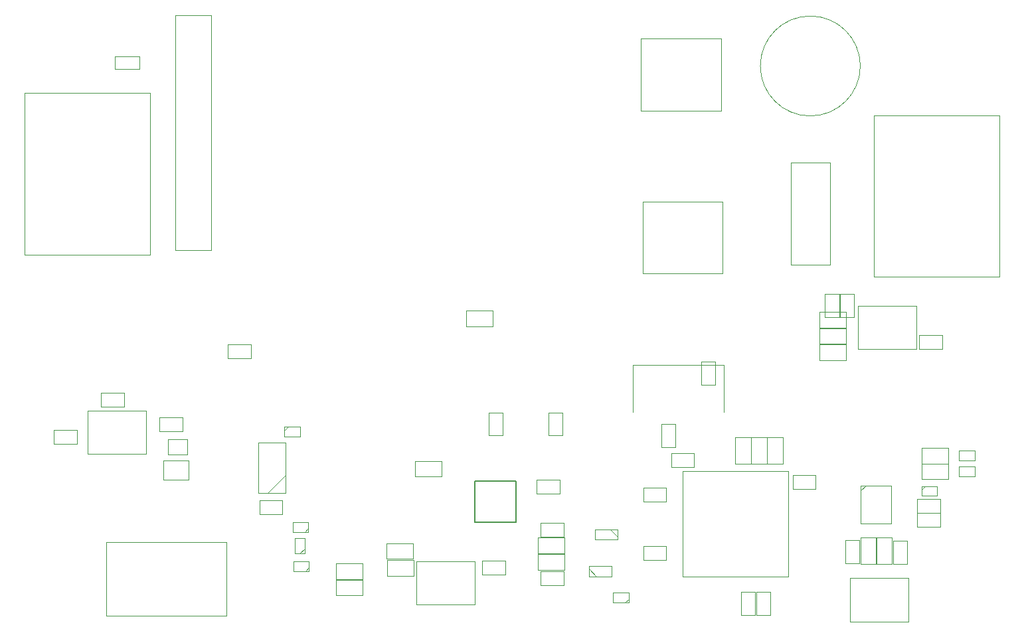
<source format=gbr>
%TF.GenerationSoftware,Altium Limited,Altium Designer,23.6.0 (18)*%
G04 Layer_Color=32768*
%FSLAX45Y45*%
%MOMM*%
%TF.SameCoordinates,1BF17B70-E076-4422-95A1-EF062E3CA17A*%
%TF.FilePolarity,Positive*%
%TF.FileFunction,Other,Mechanical_15*%
%TF.Part,Single*%
G01*
G75*
%TA.AperFunction,NonConductor*%
%ADD63C,0.10000*%
%ADD65C,0.20000*%
%ADD108C,0.05000*%
D63*
X10697500Y7067500D02*
G03*
X10697500Y7067500I-637500J0D01*
G01*
X1080000Y50000D02*
X2620000D01*
X1080000D02*
Y990000D01*
X2620000D01*
Y50000D02*
Y990000D01*
X7902500Y7414100D02*
X8922500D01*
Y6499100D02*
Y7414100D01*
X7902500Y6499100D02*
X8922500D01*
X7902500D02*
Y7414100D01*
X7923500Y5339100D02*
X8943500D01*
Y4424100D02*
Y5339100D01*
X7923500Y4424100D02*
X8943500D01*
X7923500D02*
Y5339100D01*
X11957500Y2157500D02*
X12157500D01*
Y2032500D02*
Y2157500D01*
X11957500Y2032500D02*
X12157500D01*
X11957500D02*
Y2157500D01*
Y1957500D02*
X12157500D01*
Y1832500D02*
Y1957500D01*
X11957500Y1832500D02*
X12157500D01*
X11957500D02*
Y1957500D01*
X11477500Y1658500D02*
X11525000Y1706000D01*
X11477500Y1581000D02*
Y1706000D01*
Y1581000D02*
X11677500D01*
Y1706000D01*
X11477500D02*
X11677500D01*
X10567500Y-20000D02*
Y535000D01*
Y-20000D02*
X11307500D01*
Y535000D01*
X10567500D02*
X11307500D01*
X10705000Y1715100D02*
X11095000D01*
Y1224900D02*
Y1715100D01*
X10705000Y1224900D02*
X11095000D01*
X10705000D02*
Y1715100D01*
Y1651600D02*
X10768600Y1715100D01*
X7235000Y650000D02*
X7330000Y555000D01*
X7235000D02*
X7525000D01*
Y685000D01*
X7235000D02*
X7525000D01*
X7235000Y555000D02*
Y685000D01*
X7697500Y220000D02*
X7745000Y267500D01*
Y220000D02*
Y345000D01*
X7545000D02*
X7745000D01*
X7545000Y220000D02*
Y345000D01*
Y220000D02*
X7745000D01*
X3352500Y2417500D02*
X3400000Y2465000D01*
X3352500Y2340000D02*
Y2465000D01*
Y2340000D02*
X3552500D01*
Y2465000D01*
X3352500D02*
X3552500D01*
X3612500Y1120000D02*
X3660000Y1167500D01*
Y1120000D02*
Y1245000D01*
X3460000D02*
X3660000D01*
X3460000Y1120000D02*
Y1245000D01*
Y1120000D02*
X3660000D01*
X3490000Y845000D02*
X3615000D01*
X3490000D02*
Y1045000D01*
X3615000D01*
Y845000D02*
Y1045000D01*
X3550000Y845000D02*
X3615000Y910000D01*
X3620000Y620000D02*
X3667500Y667500D01*
Y620000D02*
Y745000D01*
X3467500D02*
X3667500D01*
X3467500Y620000D02*
Y745000D01*
Y620000D02*
X3667500D01*
X2130000Y1785000D02*
Y2035000D01*
X1810000D02*
X2130000D01*
X1810000Y1785000D02*
Y2035000D01*
Y1785000D02*
X2130000D01*
X1867500Y2107500D02*
Y2307500D01*
Y2107500D02*
X2117500D01*
Y2307500D01*
X1867500D02*
X2117500D01*
X3022500Y1615000D02*
X3372500D01*
X3022500D02*
Y2265000D01*
X3372500D01*
Y1615000D02*
Y2265000D01*
X3142500Y1615000D02*
X3372500Y1845000D01*
X10869800Y6436300D02*
X12470000D01*
X10869800Y4376400D02*
Y6436300D01*
Y4376400D02*
X12470000D01*
Y6436300D01*
X9812500Y4532500D02*
Y5832500D01*
Y4532500D02*
X10312500D01*
Y5832500D01*
X9812500D02*
X10312500D01*
X1962500Y4715000D02*
Y7715000D01*
X2422500D01*
Y4715000D02*
Y7715000D01*
X1962500Y4715000D02*
X2422500D01*
X1190000Y7031000D02*
Y7189000D01*
Y7031000D02*
X1510000D01*
Y7189000D01*
X1190000D02*
X1510000D01*
X44800Y6721300D02*
X1645000D01*
X44800Y4661400D02*
Y6721300D01*
Y4661400D02*
X1645000D01*
Y6721300D01*
X7602500Y1022500D02*
Y1152500D01*
X7312500Y1022500D02*
X7602500D01*
X7312500D02*
Y1152500D01*
X7602500D01*
X7507500D02*
X7602500Y1057500D01*
X7795500Y2650000D02*
Y3250000D01*
X8955500Y2650000D02*
Y3250000D01*
X7795500D02*
X8955500D01*
D65*
X5785000Y1770000D02*
X6305000D01*
Y1250000D02*
Y1770000D01*
X5785000Y1250000D02*
X6305000D01*
X5785000D02*
Y1770000D01*
D108*
X2927000Y3333500D02*
Y3511500D01*
X2633000Y3333500D02*
X2927000D01*
X2633000D02*
Y3511500D01*
X2927000D01*
X6570500Y1606000D02*
Y1784000D01*
Y1606000D02*
X6864500D01*
Y1784000D01*
X6570500D02*
X6864500D01*
X10438500Y3863000D02*
X10616500D01*
X10438500D02*
Y4157000D01*
X10616500D01*
Y3863000D02*
Y4157000D01*
X10248500Y3863000D02*
X10426500D01*
X10248500D02*
Y4157000D01*
X10426500D01*
Y3863000D02*
Y4157000D01*
X11449000Y3453500D02*
Y3631500D01*
Y3453500D02*
X11743000D01*
Y3631500D01*
X11449000D02*
X11743000D01*
X8668500Y2999000D02*
X8846500D01*
X8668500D02*
Y3293000D01*
X8846500D01*
Y2999000D02*
Y3293000D01*
X8158500Y2498500D02*
X8336500D01*
Y2204500D02*
Y2498500D01*
X8158500Y2204500D02*
X8336500D01*
X8158500D02*
Y2498500D01*
X9105000Y1992500D02*
X9305000D01*
Y2332500D01*
X9105000D02*
X9305000D01*
X9105000Y1992500D02*
Y2332500D01*
X9307500Y1992500D02*
X9507500D01*
Y2332500D01*
X9307500D02*
X9507500D01*
X9307500Y1992500D02*
Y2332500D01*
X9507500Y1992500D02*
X9707500D01*
Y2332500D01*
X9507500D02*
X9707500D01*
X9507500Y1992500D02*
Y2332500D01*
X11116000Y714000D02*
X11294000D01*
Y1008000D01*
X11116000D02*
X11294000D01*
X11116000Y714000D02*
Y1008000D01*
X10508500Y720500D02*
X10686500D01*
Y1014500D01*
X10508500D02*
X10686500D01*
X10508500Y720500D02*
Y1014500D01*
X11480000Y1995000D02*
Y2195000D01*
Y1995000D02*
X11820000D01*
Y2195000D01*
X11480000D02*
X11820000D01*
X11480000Y1795000D02*
Y1995000D01*
Y1795000D02*
X11820000D01*
Y1995000D01*
X11480000D02*
X11820000D01*
X11420500Y1367000D02*
Y1545000D01*
Y1367000D02*
X11714500D01*
Y1545000D01*
X11420500D02*
X11714500D01*
X10697500Y710000D02*
X10897500D01*
Y1050000D01*
X10697500D02*
X10897500D01*
X10697500Y710000D02*
Y1050000D01*
X10902500Y710000D02*
X11102500D01*
Y1050000D01*
X10902500D02*
X11102500D01*
X10902500Y710000D02*
Y1050000D01*
X11419500Y1183500D02*
Y1361500D01*
Y1183500D02*
X11713500D01*
Y1361500D01*
X11419500D02*
X11713500D01*
X9549000Y59500D02*
Y353500D01*
X9371000Y59500D02*
X9549000D01*
X9371000D02*
Y353500D01*
X9549000D01*
X9176000Y354500D02*
X9354000D01*
X9176000Y60500D02*
Y354500D01*
Y60500D02*
X9354000D01*
Y354500D01*
X9835500Y1666000D02*
Y1844000D01*
Y1666000D02*
X10129500D01*
Y1844000D01*
X9835500D02*
X10129500D01*
X8224500Y1511000D02*
Y1689000D01*
X7930500D02*
X8224500D01*
X7930500Y1511000D02*
Y1689000D01*
Y1511000D02*
X8224500D01*
X8430000Y555000D02*
Y1900000D01*
Y555000D02*
X9775000D01*
Y1900000D01*
X8430000D02*
X9775000D01*
X8224500Y763500D02*
Y941500D01*
X7930500D02*
X8224500D01*
X7930500Y763500D02*
Y941500D01*
Y763500D02*
X8224500D01*
X4662500Y560000D02*
Y760000D01*
Y560000D02*
X5002500D01*
Y760000D01*
X4662500D02*
X5002500D01*
X4012500Y517500D02*
Y717500D01*
Y517500D02*
X4352500D01*
Y717500D01*
X4012500D02*
X4352500D01*
Y312500D02*
Y512500D01*
X4012500D02*
X4352500D01*
X4012500Y312500D02*
Y512500D01*
Y312500D02*
X4352500D01*
X6917000Y443500D02*
Y621500D01*
X6623000D02*
X6917000D01*
X6623000Y443500D02*
Y621500D01*
Y443500D02*
X6917000D01*
X6585000Y637500D02*
Y837500D01*
Y637500D02*
X6925000D01*
Y837500D01*
X6585000D02*
X6925000D01*
X6913500Y1058500D02*
Y1236500D01*
X6619500D02*
X6913500D01*
X6619500Y1058500D02*
Y1236500D01*
Y1058500D02*
X6913500D01*
X6585000Y847500D02*
Y1047500D01*
Y847500D02*
X6925000D01*
Y1047500D01*
X6585000D02*
X6925000D01*
X5040000Y195000D02*
Y745000D01*
Y195000D02*
X5785000D01*
Y745000D01*
X5040000D02*
X5785000D01*
X5675000Y3747500D02*
Y3947500D01*
X6015000D01*
Y3747500D02*
Y3947500D01*
X5675000Y3747500D02*
X6015000D01*
X3035500Y1343500D02*
Y1521500D01*
Y1343500D02*
X3329500D01*
Y1521500D01*
X3035500D02*
X3329500D01*
X6721000Y2647000D02*
X6899000D01*
Y2353000D02*
Y2647000D01*
X6721000Y2353000D02*
X6899000D01*
X6721000D02*
Y2647000D01*
X5961000D02*
X6139000D01*
Y2353000D02*
Y2647000D01*
X5961000Y2353000D02*
X6139000D01*
X5961000D02*
Y2647000D01*
X5357500Y1827500D02*
Y2027500D01*
X5017500D02*
X5357500D01*
X5017500Y1827500D02*
Y2027500D01*
Y1827500D02*
X5357500D01*
X1760500Y2584000D02*
X2054500D01*
Y2406000D02*
Y2584000D01*
X1760500Y2406000D02*
X2054500D01*
X1760500D02*
Y2584000D01*
X850000Y2120000D02*
X1595000D01*
X850000D02*
Y2670000D01*
X1595000D01*
Y2120000D02*
Y2670000D01*
X711000Y2242500D02*
Y2420500D01*
X417000D02*
X711000D01*
X417000Y2242500D02*
Y2420500D01*
Y2242500D02*
X711000D01*
X1312000Y2721000D02*
Y2899000D01*
X1018000D02*
X1312000D01*
X1018000Y2721000D02*
Y2899000D01*
Y2721000D02*
X1312000D01*
X10175000Y3515000D02*
X10515000D01*
Y3315000D02*
Y3515000D01*
X10175000Y3315000D02*
X10515000D01*
X10175000D02*
Y3515000D01*
X10667500Y3460000D02*
X11412500D01*
X10667500D02*
Y4010000D01*
X11412500D01*
Y3460000D02*
Y4010000D01*
X10175000Y3727500D02*
X10515000D01*
X10175000D02*
Y3927500D01*
X10515000D01*
Y3727500D02*
Y3927500D01*
X10175000Y3520000D02*
X10515000D01*
X10175000D02*
Y3720000D01*
X10515000D01*
Y3520000D02*
Y3720000D01*
X4652500Y977500D02*
X4992500D01*
Y777500D02*
Y977500D01*
X4652500Y777500D02*
X4992500D01*
X4652500D02*
Y977500D01*
X5878000Y751500D02*
X6172000D01*
Y573500D02*
Y751500D01*
X5878000Y573500D02*
X6172000D01*
X5878000D02*
Y751500D01*
X8285500Y1948500D02*
X8579500D01*
X8285500D02*
Y2126500D01*
X8579500D01*
Y1948500D02*
Y2126500D01*
%TF.MD5,a343a50e4057b40da67c91728c2acce2*%
M02*

</source>
